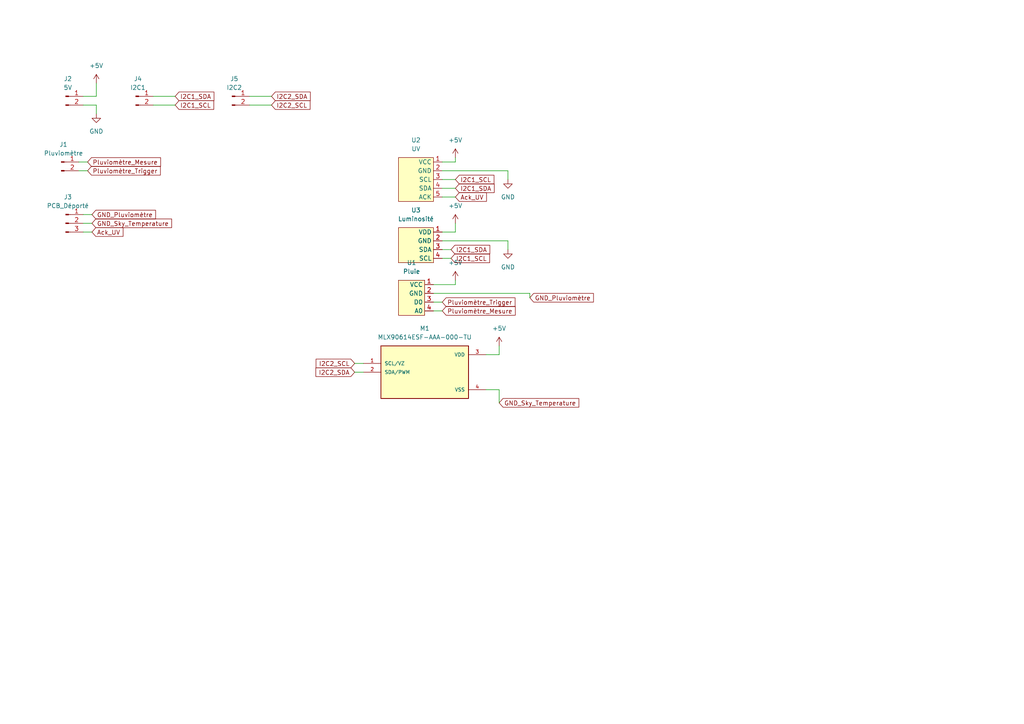
<source format=kicad_sch>
(kicad_sch (version 20211123) (generator eeschema)

  (uuid 6e0e26f4-dc46-4999-93eb-2b0be5a9a60b)

  (paper "A4")

  (lib_symbols
    (symbol "Capteur_déporté:Luminosité" (in_bom yes) (on_board yes)
      (property "Reference" "U?" (id 0) (at 0 10.16 0)
        (effects (font (size 1.27 1.27)))
      )
      (property "Value" "Luminosité" (id 1) (at 0 7.62 0)
        (effects (font (size 1.27 1.27)))
      )
      (property "Footprint" "" (id 2) (at 0 1.27 0)
        (effects (font (size 1.27 1.27)) hide)
      )
      (property "Datasheet" "" (id 3) (at 0 1.27 0)
        (effects (font (size 1.27 1.27)) hide)
      )
      (symbol "Luminosité_0_1"
        (rectangle (start -5.08 5.08) (end 5.08 -5.08)
          (stroke (width 0) (type default) (color 0 0 0 0))
          (fill (type background))
        )
      )
      (symbol "Luminosité_1_1"
        (pin input line (at 7.62 3.81 180) (length 2.54)
          (name "VDD" (effects (font (size 1.27 1.27))))
          (number "1" (effects (font (size 1.27 1.27))))
        )
        (pin input line (at 7.62 1.27 180) (length 2.54)
          (name "GND" (effects (font (size 1.27 1.27))))
          (number "2" (effects (font (size 1.27 1.27))))
        )
        (pin input line (at 7.62 -1.27 180) (length 2.54)
          (name "SDA" (effects (font (size 1.27 1.27))))
          (number "3" (effects (font (size 1.27 1.27))))
        )
        (pin input line (at 7.62 -3.81 180) (length 2.54)
          (name "SCL" (effects (font (size 1.27 1.27))))
          (number "4" (effects (font (size 1.27 1.27))))
        )
      )
    )
    (symbol "Capteur_déporté:Pluie" (in_bom yes) (on_board yes)
      (property "Reference" "U?" (id 0) (at 0 10.16 0)
        (effects (font (size 1.27 1.27)))
      )
      (property "Value" "Pluie" (id 1) (at 0 7.62 0)
        (effects (font (size 1.27 1.27)))
      )
      (property "Footprint" "" (id 2) (at 0 1.27 0)
        (effects (font (size 1.27 1.27)) hide)
      )
      (property "Datasheet" "" (id 3) (at 0 1.27 0)
        (effects (font (size 1.27 1.27)) hide)
      )
      (symbol "Pluie_0_1"
        (rectangle (start -3.81 5.08) (end 3.81 -5.08)
          (stroke (width 0) (type default) (color 0 0 0 0))
          (fill (type background))
        )
      )
      (symbol "Pluie_1_1"
        (pin input line (at 6.35 3.81 180) (length 2.54)
          (name "VCC" (effects (font (size 1.27 1.27))))
          (number "1" (effects (font (size 1.27 1.27))))
        )
        (pin input line (at 6.35 1.27 180) (length 2.54)
          (name "GND" (effects (font (size 1.27 1.27))))
          (number "2" (effects (font (size 1.27 1.27))))
        )
        (pin input line (at 6.35 -1.27 180) (length 2.54)
          (name "D0" (effects (font (size 1.27 1.27))))
          (number "3" (effects (font (size 1.27 1.27))))
        )
        (pin input line (at 6.35 -3.81 180) (length 2.54)
          (name "A0" (effects (font (size 1.27 1.27))))
          (number "4" (effects (font (size 1.27 1.27))))
        )
      )
    )
    (symbol "Capteur_déporté:UV" (in_bom yes) (on_board yes)
      (property "Reference" "U?" (id 0) (at 0 11.43 0)
        (effects (font (size 1.27 1.27)))
      )
      (property "Value" "UV" (id 1) (at 0 8.89 0)
        (effects (font (size 1.27 1.27)))
      )
      (property "Footprint" "" (id 2) (at 0 0 0)
        (effects (font (size 1.27 1.27)) hide)
      )
      (property "Datasheet" "" (id 3) (at 0 0 0)
        (effects (font (size 1.27 1.27)) hide)
      )
      (symbol "UV_0_1"
        (rectangle (start -5.08 6.35) (end 5.08 -6.35)
          (stroke (width 0) (type default) (color 0 0 0 0))
          (fill (type background))
        )
      )
      (symbol "UV_1_1"
        (pin input line (at 7.62 5.08 180) (length 2.54)
          (name "VCC" (effects (font (size 1.27 1.27))))
          (number "1" (effects (font (size 1.27 1.27))))
        )
        (pin input line (at 7.62 2.54 180) (length 2.54)
          (name "GND" (effects (font (size 1.27 1.27))))
          (number "2" (effects (font (size 1.27 1.27))))
        )
        (pin input line (at 7.62 0 180) (length 2.54)
          (name "SCL" (effects (font (size 1.27 1.27))))
          (number "3" (effects (font (size 1.27 1.27))))
        )
        (pin input line (at 7.62 -2.54 180) (length 2.54)
          (name "SDA" (effects (font (size 1.27 1.27))))
          (number "4" (effects (font (size 1.27 1.27))))
        )
        (pin input line (at 7.62 -5.08 180) (length 2.54)
          (name "ACK" (effects (font (size 1.27 1.27))))
          (number "5" (effects (font (size 1.27 1.27))))
        )
      )
    )
    (symbol "Connector:Conn_01x02_Male" (pin_names (offset 1.016) hide) (in_bom yes) (on_board yes)
      (property "Reference" "J" (id 0) (at 0 2.54 0)
        (effects (font (size 1.27 1.27)))
      )
      (property "Value" "Conn_01x02_Male" (id 1) (at 0 -5.08 0)
        (effects (font (size 1.27 1.27)))
      )
      (property "Footprint" "" (id 2) (at 0 0 0)
        (effects (font (size 1.27 1.27)) hide)
      )
      (property "Datasheet" "~" (id 3) (at 0 0 0)
        (effects (font (size 1.27 1.27)) hide)
      )
      (property "ki_keywords" "connector" (id 4) (at 0 0 0)
        (effects (font (size 1.27 1.27)) hide)
      )
      (property "ki_description" "Generic connector, single row, 01x02, script generated (kicad-library-utils/schlib/autogen/connector/)" (id 5) (at 0 0 0)
        (effects (font (size 1.27 1.27)) hide)
      )
      (property "ki_fp_filters" "Connector*:*_1x??_*" (id 6) (at 0 0 0)
        (effects (font (size 1.27 1.27)) hide)
      )
      (symbol "Conn_01x02_Male_1_1"
        (polyline
          (pts
            (xy 1.27 -2.54)
            (xy 0.8636 -2.54)
          )
          (stroke (width 0.1524) (type default) (color 0 0 0 0))
          (fill (type none))
        )
        (polyline
          (pts
            (xy 1.27 0)
            (xy 0.8636 0)
          )
          (stroke (width 0.1524) (type default) (color 0 0 0 0))
          (fill (type none))
        )
        (rectangle (start 0.8636 -2.413) (end 0 -2.667)
          (stroke (width 0.1524) (type default) (color 0 0 0 0))
          (fill (type outline))
        )
        (rectangle (start 0.8636 0.127) (end 0 -0.127)
          (stroke (width 0.1524) (type default) (color 0 0 0 0))
          (fill (type outline))
        )
        (pin passive line (at 5.08 0 180) (length 3.81)
          (name "Pin_1" (effects (font (size 1.27 1.27))))
          (number "1" (effects (font (size 1.27 1.27))))
        )
        (pin passive line (at 5.08 -2.54 180) (length 3.81)
          (name "Pin_2" (effects (font (size 1.27 1.27))))
          (number "2" (effects (font (size 1.27 1.27))))
        )
      )
    )
    (symbol "Connector:Conn_01x03_Male" (pin_names (offset 1.016) hide) (in_bom yes) (on_board yes)
      (property "Reference" "J" (id 0) (at 0 5.08 0)
        (effects (font (size 1.27 1.27)))
      )
      (property "Value" "Conn_01x03_Male" (id 1) (at 0 -5.08 0)
        (effects (font (size 1.27 1.27)))
      )
      (property "Footprint" "" (id 2) (at 0 0 0)
        (effects (font (size 1.27 1.27)) hide)
      )
      (property "Datasheet" "~" (id 3) (at 0 0 0)
        (effects (font (size 1.27 1.27)) hide)
      )
      (property "ki_keywords" "connector" (id 4) (at 0 0 0)
        (effects (font (size 1.27 1.27)) hide)
      )
      (property "ki_description" "Generic connector, single row, 01x03, script generated (kicad-library-utils/schlib/autogen/connector/)" (id 5) (at 0 0 0)
        (effects (font (size 1.27 1.27)) hide)
      )
      (property "ki_fp_filters" "Connector*:*_1x??_*" (id 6) (at 0 0 0)
        (effects (font (size 1.27 1.27)) hide)
      )
      (symbol "Conn_01x03_Male_1_1"
        (polyline
          (pts
            (xy 1.27 -2.54)
            (xy 0.8636 -2.54)
          )
          (stroke (width 0.1524) (type default) (color 0 0 0 0))
          (fill (type none))
        )
        (polyline
          (pts
            (xy 1.27 0)
            (xy 0.8636 0)
          )
          (stroke (width 0.1524) (type default) (color 0 0 0 0))
          (fill (type none))
        )
        (polyline
          (pts
            (xy 1.27 2.54)
            (xy 0.8636 2.54)
          )
          (stroke (width 0.1524) (type default) (color 0 0 0 0))
          (fill (type none))
        )
        (rectangle (start 0.8636 -2.413) (end 0 -2.667)
          (stroke (width 0.1524) (type default) (color 0 0 0 0))
          (fill (type outline))
        )
        (rectangle (start 0.8636 0.127) (end 0 -0.127)
          (stroke (width 0.1524) (type default) (color 0 0 0 0))
          (fill (type outline))
        )
        (rectangle (start 0.8636 2.667) (end 0 2.413)
          (stroke (width 0.1524) (type default) (color 0 0 0 0))
          (fill (type outline))
        )
        (pin passive line (at 5.08 2.54 180) (length 3.81)
          (name "Pin_1" (effects (font (size 1.27 1.27))))
          (number "1" (effects (font (size 1.27 1.27))))
        )
        (pin passive line (at 5.08 0 180) (length 3.81)
          (name "Pin_2" (effects (font (size 1.27 1.27))))
          (number "2" (effects (font (size 1.27 1.27))))
        )
        (pin passive line (at 5.08 -2.54 180) (length 3.81)
          (name "Pin_3" (effects (font (size 1.27 1.27))))
          (number "3" (effects (font (size 1.27 1.27))))
        )
      )
    )
    (symbol "MLX90614ESF-AAA-000-TU:MLX90614ESF-AAA-000-TU" (pin_names (offset 1.016)) (in_bom yes) (on_board yes)
      (property "Reference" "M" (id 0) (at -12.7 8.89 0)
        (effects (font (size 1.27 1.27)) (justify left bottom))
      )
      (property "Value" "MLX90614ESF-AAA-000-TU" (id 1) (at -12.7 -8.89 0)
        (effects (font (size 1.27 1.27)) (justify left top))
      )
      (property "Footprint" "TO254P942H425-4" (id 2) (at 0 0 0)
        (effects (font (size 1.27 1.27)) (justify bottom) hide)
      )
      (property "Datasheet" "" (id 3) (at 0 0 0)
        (effects (font (size 1.27 1.27)) hide)
      )
      (property "MAXIMUM_PACKAGE_HEIGHT" "4.25 mm" (id 4) (at 0 0 0)
        (effects (font (size 1.27 1.27)) (justify bottom) hide)
      )
      (property "STANDARD" "IPC 7351B" (id 5) (at 0 0 0)
        (effects (font (size 1.27 1.27)) (justify bottom) hide)
      )
      (property "PARTREV" "13" (id 6) (at 0 0 0)
        (effects (font (size 1.27 1.27)) (justify bottom) hide)
      )
      (property "MANUFACTURER" "Melexis" (id 7) (at 0 0 0)
        (effects (font (size 1.27 1.27)) (justify bottom) hide)
      )
      (symbol "MLX90614ESF-AAA-000-TU_0_0"
        (rectangle (start -12.7 -7.62) (end 12.7 7.62)
          (stroke (width 0.254) (type default) (color 0 0 0 0))
          (fill (type background))
        )
        (pin input line (at -17.78 2.54 0) (length 5.08)
          (name "SCL/VZ" (effects (font (size 1.016 1.016))))
          (number "1" (effects (font (size 1.016 1.016))))
        )
        (pin bidirectional line (at -17.78 0 0) (length 5.08)
          (name "SDA/PWM" (effects (font (size 1.016 1.016))))
          (number "2" (effects (font (size 1.016 1.016))))
        )
        (pin power_in line (at 17.78 5.08 180) (length 5.08)
          (name "VDD" (effects (font (size 1.016 1.016))))
          (number "3" (effects (font (size 1.016 1.016))))
        )
        (pin power_in line (at 17.78 -5.08 180) (length 5.08)
          (name "VSS" (effects (font (size 1.016 1.016))))
          (number "4" (effects (font (size 1.016 1.016))))
        )
      )
    )
    (symbol "power:+5V" (power) (pin_names (offset 0)) (in_bom yes) (on_board yes)
      (property "Reference" "#PWR" (id 0) (at 0 -3.81 0)
        (effects (font (size 1.27 1.27)) hide)
      )
      (property "Value" "+5V" (id 1) (at 0 3.556 0)
        (effects (font (size 1.27 1.27)))
      )
      (property "Footprint" "" (id 2) (at 0 0 0)
        (effects (font (size 1.27 1.27)) hide)
      )
      (property "Datasheet" "" (id 3) (at 0 0 0)
        (effects (font (size 1.27 1.27)) hide)
      )
      (property "ki_keywords" "power-flag" (id 4) (at 0 0 0)
        (effects (font (size 1.27 1.27)) hide)
      )
      (property "ki_description" "Power symbol creates a global label with name \"+5V\"" (id 5) (at 0 0 0)
        (effects (font (size 1.27 1.27)) hide)
      )
      (symbol "+5V_0_1"
        (polyline
          (pts
            (xy -0.762 1.27)
            (xy 0 2.54)
          )
          (stroke (width 0) (type default) (color 0 0 0 0))
          (fill (type none))
        )
        (polyline
          (pts
            (xy 0 0)
            (xy 0 2.54)
          )
          (stroke (width 0) (type default) (color 0 0 0 0))
          (fill (type none))
        )
        (polyline
          (pts
            (xy 0 2.54)
            (xy 0.762 1.27)
          )
          (stroke (width 0) (type default) (color 0 0 0 0))
          (fill (type none))
        )
      )
      (symbol "+5V_1_1"
        (pin power_in line (at 0 0 90) (length 0) hide
          (name "+5V" (effects (font (size 1.27 1.27))))
          (number "1" (effects (font (size 1.27 1.27))))
        )
      )
    )
    (symbol "power:GND" (power) (pin_names (offset 0)) (in_bom yes) (on_board yes)
      (property "Reference" "#PWR" (id 0) (at 0 -6.35 0)
        (effects (font (size 1.27 1.27)) hide)
      )
      (property "Value" "GND" (id 1) (at 0 -3.81 0)
        (effects (font (size 1.27 1.27)))
      )
      (property "Footprint" "" (id 2) (at 0 0 0)
        (effects (font (size 1.27 1.27)) hide)
      )
      (property "Datasheet" "" (id 3) (at 0 0 0)
        (effects (font (size 1.27 1.27)) hide)
      )
      (property "ki_keywords" "power-flag" (id 4) (at 0 0 0)
        (effects (font (size 1.27 1.27)) hide)
      )
      (property "ki_description" "Power symbol creates a global label with name \"GND\" , ground" (id 5) (at 0 0 0)
        (effects (font (size 1.27 1.27)) hide)
      )
      (symbol "GND_0_1"
        (polyline
          (pts
            (xy 0 0)
            (xy 0 -1.27)
            (xy 1.27 -1.27)
            (xy 0 -2.54)
            (xy -1.27 -1.27)
            (xy 0 -1.27)
          )
          (stroke (width 0) (type default) (color 0 0 0 0))
          (fill (type none))
        )
      )
      (symbol "GND_1_1"
        (pin power_in line (at 0 0 270) (length 0) hide
          (name "GND" (effects (font (size 1.27 1.27))))
          (number "1" (effects (font (size 1.27 1.27))))
        )
      )
    )
  )


  (wire (pts (xy 125.73 82.55) (xy 132.08 82.55))
    (stroke (width 0) (type default) (color 0 0 0 0))
    (uuid 014d6c89-bf80-405c-928d-67b6f96b95a3)
  )
  (wire (pts (xy 128.27 67.31) (xy 132.08 67.31))
    (stroke (width 0) (type default) (color 0 0 0 0))
    (uuid 0cb330a9-0235-426f-95c8-e09ecd5b70ca)
  )
  (wire (pts (xy 102.87 107.95) (xy 105.41 107.95))
    (stroke (width 0) (type default) (color 0 0 0 0))
    (uuid 1287cd4b-8fa4-4b05-a4f4-a2f6eebf2690)
  )
  (wire (pts (xy 132.08 46.99) (xy 132.08 45.72))
    (stroke (width 0) (type default) (color 0 0 0 0))
    (uuid 1df11151-0398-4b0a-a41c-6dd9a3d3c151)
  )
  (wire (pts (xy 144.78 102.87) (xy 144.78 100.33))
    (stroke (width 0) (type default) (color 0 0 0 0))
    (uuid 2bc87255-0117-479b-b285-f057c8f352df)
  )
  (wire (pts (xy 72.39 30.48) (xy 78.74 30.48))
    (stroke (width 0) (type default) (color 0 0 0 0))
    (uuid 3221459d-cc0b-4f73-a500-c7ef91466e58)
  )
  (wire (pts (xy 125.73 90.17) (xy 128.27 90.17))
    (stroke (width 0) (type default) (color 0 0 0 0))
    (uuid 32e58ba1-4a34-4b7c-8b9b-65ce95fc2436)
  )
  (wire (pts (xy 147.32 69.85) (xy 147.32 72.39))
    (stroke (width 0) (type default) (color 0 0 0 0))
    (uuid 337d0ee7-2520-40f3-a1df-c994b8f69ad8)
  )
  (wire (pts (xy 24.13 67.31) (xy 26.67 67.31))
    (stroke (width 0) (type default) (color 0 0 0 0))
    (uuid 3824f495-26ff-4ea9-a57a-fcbbb3bbef94)
  )
  (wire (pts (xy 128.27 52.07) (xy 132.08 52.07))
    (stroke (width 0) (type default) (color 0 0 0 0))
    (uuid 50ea8548-9e91-48eb-8189-6b7116b30313)
  )
  (wire (pts (xy 24.13 30.48) (xy 27.94 30.48))
    (stroke (width 0) (type default) (color 0 0 0 0))
    (uuid 530b79c1-f8da-4d67-b3e3-b2b67e584bfc)
  )
  (wire (pts (xy 24.13 27.94) (xy 27.94 27.94))
    (stroke (width 0) (type default) (color 0 0 0 0))
    (uuid 53fdc50d-b6ba-4705-83e3-f0d027cdcfee)
  )
  (wire (pts (xy 44.45 27.94) (xy 50.8 27.94))
    (stroke (width 0) (type default) (color 0 0 0 0))
    (uuid 5b19ccf4-8453-494a-93fa-49444d57c131)
  )
  (wire (pts (xy 140.97 102.87) (xy 144.78 102.87))
    (stroke (width 0) (type default) (color 0 0 0 0))
    (uuid 65051822-febb-4a48-a374-06089b729fa9)
  )
  (wire (pts (xy 140.97 113.03) (xy 144.78 113.03))
    (stroke (width 0) (type default) (color 0 0 0 0))
    (uuid 6e2593ef-91b7-4ee9-9f5d-06d8e90c47a5)
  )
  (wire (pts (xy 128.27 74.93) (xy 130.81 74.93))
    (stroke (width 0) (type default) (color 0 0 0 0))
    (uuid 7112912f-47c0-4e3b-822b-d4ce246555c4)
  )
  (wire (pts (xy 147.32 49.53) (xy 147.32 52.07))
    (stroke (width 0) (type default) (color 0 0 0 0))
    (uuid 7a1b4bd0-50ef-405d-b1af-5c459fd8282a)
  )
  (wire (pts (xy 128.27 54.61) (xy 132.08 54.61))
    (stroke (width 0) (type default) (color 0 0 0 0))
    (uuid 7ee11aab-a885-4cd1-974b-eb084a66b261)
  )
  (wire (pts (xy 27.94 27.94) (xy 27.94 24.13))
    (stroke (width 0) (type default) (color 0 0 0 0))
    (uuid 81c6ad1d-2b99-4f60-8f19-2a0f8a984be8)
  )
  (wire (pts (xy 153.67 85.09) (xy 153.67 86.36))
    (stroke (width 0) (type default) (color 0 0 0 0))
    (uuid 86eeca01-8947-4e09-8146-dcdddf6fd470)
  )
  (wire (pts (xy 128.27 69.85) (xy 147.32 69.85))
    (stroke (width 0) (type default) (color 0 0 0 0))
    (uuid 883ac890-0c63-4f67-b12f-635535efaa86)
  )
  (wire (pts (xy 27.94 30.48) (xy 27.94 33.02))
    (stroke (width 0) (type default) (color 0 0 0 0))
    (uuid 8bd869b7-3636-4028-908d-68828085f61d)
  )
  (wire (pts (xy 128.27 49.53) (xy 147.32 49.53))
    (stroke (width 0) (type default) (color 0 0 0 0))
    (uuid 97d62a5e-061b-479d-9366-6c8cb06ac95a)
  )
  (wire (pts (xy 128.27 72.39) (xy 130.81 72.39))
    (stroke (width 0) (type default) (color 0 0 0 0))
    (uuid 98fa80a6-c60a-4bef-b373-7a958f71dbd7)
  )
  (wire (pts (xy 22.86 49.53) (xy 25.4 49.53))
    (stroke (width 0) (type default) (color 0 0 0 0))
    (uuid a0130bb4-b55d-4990-bc33-fce07c8159c0)
  )
  (wire (pts (xy 132.08 64.77) (xy 132.08 67.31))
    (stroke (width 0) (type default) (color 0 0 0 0))
    (uuid a7ee04e8-cd59-4457-9c1e-75dad4d3477f)
  )
  (wire (pts (xy 144.78 113.03) (xy 144.78 116.84))
    (stroke (width 0) (type default) (color 0 0 0 0))
    (uuid a8100bbc-05b5-44b0-bb75-2e5e11509f7c)
  )
  (wire (pts (xy 125.73 87.63) (xy 128.27 87.63))
    (stroke (width 0) (type default) (color 0 0 0 0))
    (uuid afe359da-396e-4846-924e-9a00eee1f62b)
  )
  (wire (pts (xy 125.73 85.09) (xy 153.67 85.09))
    (stroke (width 0) (type default) (color 0 0 0 0))
    (uuid b050c623-358e-4ab6-90f0-4800c3d58fb9)
  )
  (wire (pts (xy 24.13 62.23) (xy 26.67 62.23))
    (stroke (width 0) (type default) (color 0 0 0 0))
    (uuid b45a8fa1-9cbb-4a3d-ad0c-49650f9d8faa)
  )
  (wire (pts (xy 22.86 46.99) (xy 25.4 46.99))
    (stroke (width 0) (type default) (color 0 0 0 0))
    (uuid b986bd8b-1229-42a8-b81c-4044f01eb45f)
  )
  (wire (pts (xy 128.27 57.15) (xy 132.08 57.15))
    (stroke (width 0) (type default) (color 0 0 0 0))
    (uuid ba2fe6b9-9694-4f42-81b6-d3f997dc3c8e)
  )
  (wire (pts (xy 132.08 82.55) (xy 132.08 81.28))
    (stroke (width 0) (type default) (color 0 0 0 0))
    (uuid c2fd2f0f-ff3e-465b-a52f-3884714150b3)
  )
  (wire (pts (xy 44.45 30.48) (xy 50.8 30.48))
    (stroke (width 0) (type default) (color 0 0 0 0))
    (uuid c353c5fd-8228-4e88-a30e-ea94e7c44746)
  )
  (wire (pts (xy 72.39 27.94) (xy 78.74 27.94))
    (stroke (width 0) (type default) (color 0 0 0 0))
    (uuid cf772aba-8684-4e8f-99ec-539aa9591bb6)
  )
  (wire (pts (xy 102.87 105.41) (xy 105.41 105.41))
    (stroke (width 0) (type default) (color 0 0 0 0))
    (uuid cfccd7ef-3db3-4582-b542-7b5c27408e51)
  )
  (wire (pts (xy 24.13 64.77) (xy 26.67 64.77))
    (stroke (width 0) (type default) (color 0 0 0 0))
    (uuid d72f687f-ebc7-48cb-9c45-54d1e8fdf6ed)
  )
  (wire (pts (xy 128.27 46.99) (xy 132.08 46.99))
    (stroke (width 0) (type default) (color 0 0 0 0))
    (uuid fe007b91-c17e-4c0f-b441-be97a1af08d2)
  )

  (global_label "Ack_UV" (shape input) (at 132.08 57.15 0) (fields_autoplaced)
    (effects (font (size 1.27 1.27)) (justify left))
    (uuid 1538596a-51fa-4ac3-85a8-e064c562d4c2)
    (property "Intersheet References" "${INTERSHEET_REFS}" (id 0) (at 141.085 57.2294 0)
      (effects (font (size 1.27 1.27)) (justify left) hide)
    )
  )
  (global_label "Pluviomètre_Trigger" (shape input) (at 128.27 87.63 0) (fields_autoplaced)
    (effects (font (size 1.27 1.27)) (justify left))
    (uuid 1643b546-58dd-4e60-90a0-eed0a95f2262)
    (property "Intersheet References" "${INTERSHEET_REFS}" (id 0) (at 149.3702 87.5506 0)
      (effects (font (size 1.27 1.27)) (justify left) hide)
    )
  )
  (global_label "Pluviomètre_Mesure" (shape input) (at 25.4 46.99 0) (fields_autoplaced)
    (effects (font (size 1.27 1.27)) (justify left))
    (uuid 2fcb28cd-ff3c-442c-8f1f-e6284078a484)
    (property "Intersheet References" "${INTERSHEET_REFS}" (id 0) (at 46.5607 46.9106 0)
      (effects (font (size 1.27 1.27)) (justify left) hide)
    )
  )
  (global_label "I2C2_SCL" (shape input) (at 78.74 30.48 0) (fields_autoplaced)
    (effects (font (size 1.27 1.27)) (justify left))
    (uuid 4679e68f-4b27-457b-9b4b-60776263b340)
    (property "Intersheet References" "${INTERSHEET_REFS}" (id 0) (at 89.9221 30.4006 0)
      (effects (font (size 1.27 1.27)) (justify left) hide)
    )
  )
  (global_label "I2C2_SCL" (shape input) (at 102.87 105.41 180) (fields_autoplaced)
    (effects (font (size 1.27 1.27)) (justify right))
    (uuid 5d770c04-e5db-4943-8c77-9639c54e010d)
    (property "Intersheet References" "${INTERSHEET_REFS}" (id 0) (at 91.6879 105.4894 0)
      (effects (font (size 1.27 1.27)) (justify right) hide)
    )
  )
  (global_label "I2C1_SCL" (shape input) (at 50.8 30.48 0) (fields_autoplaced)
    (effects (font (size 1.27 1.27)) (justify left))
    (uuid 6ad53851-614b-487c-8a3e-9fb09b317ec0)
    (property "Intersheet References" "${INTERSHEET_REFS}" (id 0) (at 61.9821 30.4006 0)
      (effects (font (size 1.27 1.27)) (justify left) hide)
    )
  )
  (global_label "I2C2_SDA" (shape input) (at 78.74 27.94 0) (fields_autoplaced)
    (effects (font (size 1.27 1.27)) (justify left))
    (uuid 6c3d7b05-e6b4-432b-b332-90ecd1dde843)
    (property "Intersheet References" "${INTERSHEET_REFS}" (id 0) (at 89.9826 27.8606 0)
      (effects (font (size 1.27 1.27)) (justify left) hide)
    )
  )
  (global_label "Pluviomètre_Mesure" (shape input) (at 128.27 90.17 0) (fields_autoplaced)
    (effects (font (size 1.27 1.27)) (justify left))
    (uuid 7383b326-ec92-4689-9496-559ff558ca14)
    (property "Intersheet References" "${INTERSHEET_REFS}" (id 0) (at 149.4307 90.0906 0)
      (effects (font (size 1.27 1.27)) (justify left) hide)
    )
  )
  (global_label "I2C1_SDA" (shape input) (at 132.08 54.61 0) (fields_autoplaced)
    (effects (font (size 1.27 1.27)) (justify left))
    (uuid 7e03d651-1cef-4e2a-bc45-1714c444ee94)
    (property "Intersheet References" "${INTERSHEET_REFS}" (id 0) (at 143.3226 54.5306 0)
      (effects (font (size 1.27 1.27)) (justify left) hide)
    )
  )
  (global_label "GND_Pluviomètre" (shape input) (at 26.67 62.23 0) (fields_autoplaced)
    (effects (font (size 1.27 1.27)) (justify left))
    (uuid 8288c3b8-42c1-479f-aef2-d983e2055405)
    (property "Intersheet References" "${INTERSHEET_REFS}" (id 0) (at 45.1093 62.1506 0)
      (effects (font (size 1.27 1.27)) (justify left) hide)
    )
  )
  (global_label "I2C1_SDA" (shape input) (at 130.81 72.39 0) (fields_autoplaced)
    (effects (font (size 1.27 1.27)) (justify left))
    (uuid 84210e2d-b225-402c-a970-dad6ec5e2cf0)
    (property "Intersheet References" "${INTERSHEET_REFS}" (id 0) (at 142.0526 72.3106 0)
      (effects (font (size 1.27 1.27)) (justify left) hide)
    )
  )
  (global_label "I2C1_SCL" (shape input) (at 130.81 74.93 0) (fields_autoplaced)
    (effects (font (size 1.27 1.27)) (justify left))
    (uuid 88fc9e37-bc46-49b0-91d3-1812993a5d5b)
    (property "Intersheet References" "${INTERSHEET_REFS}" (id 0) (at 141.9921 74.8506 0)
      (effects (font (size 1.27 1.27)) (justify left) hide)
    )
  )
  (global_label "I2C2_SDA" (shape input) (at 102.87 107.95 180) (fields_autoplaced)
    (effects (font (size 1.27 1.27)) (justify right))
    (uuid 97ebb6e4-9d10-4199-9217-cc2924bcdaef)
    (property "Intersheet References" "${INTERSHEET_REFS}" (id 0) (at 91.6274 108.0294 0)
      (effects (font (size 1.27 1.27)) (justify right) hide)
    )
  )
  (global_label "GND_Sky_Temperature" (shape input) (at 26.67 64.77 0) (fields_autoplaced)
    (effects (font (size 1.27 1.27)) (justify left))
    (uuid a3c808f2-d008-4726-83cb-08a9abc2867b)
    (property "Intersheet References" "${INTERSHEET_REFS}" (id 0) (at 49.766 64.6906 0)
      (effects (font (size 1.27 1.27)) (justify left) hide)
    )
  )
  (global_label "Pluviomètre_Trigger" (shape input) (at 25.4 49.53 0) (fields_autoplaced)
    (effects (font (size 1.27 1.27)) (justify left))
    (uuid b45128c6-8433-4849-ba5d-c335c7f597c6)
    (property "Intersheet References" "${INTERSHEET_REFS}" (id 0) (at 46.5002 49.4506 0)
      (effects (font (size 1.27 1.27)) (justify left) hide)
    )
  )
  (global_label "GND_Sky_Temperature" (shape input) (at 144.78 116.84 0) (fields_autoplaced)
    (effects (font (size 1.27 1.27)) (justify left))
    (uuid e72f32ca-9f4b-46f2-babb-9d2710704f03)
    (property "Intersheet References" "${INTERSHEET_REFS}" (id 0) (at 167.876 116.7606 0)
      (effects (font (size 1.27 1.27)) (justify left) hide)
    )
  )
  (global_label "I2C1_SCL" (shape input) (at 132.08 52.07 0) (fields_autoplaced)
    (effects (font (size 1.27 1.27)) (justify left))
    (uuid f1fa0839-acbd-4ff9-bf3b-50e9555da71c)
    (property "Intersheet References" "${INTERSHEET_REFS}" (id 0) (at 143.2621 51.9906 0)
      (effects (font (size 1.27 1.27)) (justify left) hide)
    )
  )
  (global_label "Ack_UV" (shape input) (at 26.67 67.31 0) (fields_autoplaced)
    (effects (font (size 1.27 1.27)) (justify left))
    (uuid f303f707-f54a-490a-9b89-1dd427acf8de)
    (property "Intersheet References" "${INTERSHEET_REFS}" (id 0) (at 35.675 67.3894 0)
      (effects (font (size 1.27 1.27)) (justify left) hide)
    )
  )
  (global_label "I2C1_SDA" (shape input) (at 50.8 27.94 0) (fields_autoplaced)
    (effects (font (size 1.27 1.27)) (justify left))
    (uuid f3c2eece-659d-4b3f-bb82-86bda19492a2)
    (property "Intersheet References" "${INTERSHEET_REFS}" (id 0) (at 62.0426 27.8606 0)
      (effects (font (size 1.27 1.27)) (justify left) hide)
    )
  )
  (global_label "GND_Pluviomètre" (shape input) (at 153.67 86.36 0) (fields_autoplaced)
    (effects (font (size 1.27 1.27)) (justify left))
    (uuid f8e9423e-7f27-4ba6-bb9a-1ef570ff2333)
    (property "Intersheet References" "${INTERSHEET_REFS}" (id 0) (at 172.1093 86.2806 0)
      (effects (font (size 1.27 1.27)) (justify left) hide)
    )
  )

  (symbol (lib_id "Connector:Conn_01x02_Male") (at 39.37 27.94 0) (unit 1)
    (in_bom yes) (on_board yes) (fields_autoplaced)
    (uuid 0999bc4e-a64e-4cc5-a042-920b7bb0594b)
    (property "Reference" "J4" (id 0) (at 40.005 22.86 0))
    (property "Value" "I2C1" (id 1) (at 40.005 25.4 0))
    (property "Footprint" "Connector_JST:JST_EH_B2B-EH-A_1x02_P2.50mm_Vertical" (id 2) (at 39.37 27.94 0)
      (effects (font (size 1.27 1.27)) hide)
    )
    (property "Datasheet" "~" (id 3) (at 39.37 27.94 0)
      (effects (font (size 1.27 1.27)) hide)
    )
    (pin "1" (uuid e37a760c-a781-4f76-ad36-392dcf4b470c))
    (pin "2" (uuid a37468c1-00c4-4b16-aaf1-ab6518ee29c4))
  )

  (symbol (lib_id "Connector:Conn_01x03_Male") (at 19.05 64.77 0) (unit 1)
    (in_bom yes) (on_board yes) (fields_autoplaced)
    (uuid 478910f8-e7f5-4c2c-8217-fac3cff7e3b6)
    (property "Reference" "J3" (id 0) (at 19.685 57.15 0))
    (property "Value" "PCB_Déporté" (id 1) (at 19.685 59.69 0))
    (property "Footprint" "Connector_JST:JST_EH_B3B-EH-A_1x03_P2.50mm_Vertical" (id 2) (at 19.05 64.77 0)
      (effects (font (size 1.27 1.27)) hide)
    )
    (property "Datasheet" "~" (id 3) (at 19.05 64.77 0)
      (effects (font (size 1.27 1.27)) hide)
    )
    (pin "1" (uuid 05cb5c4f-53c7-46a2-8c1c-e4c3bc486724))
    (pin "2" (uuid 321e1649-e581-4083-94b4-863cfd7471fd))
    (pin "3" (uuid 6b226ecc-f6c6-444a-b912-3ad9365db230))
  )

  (symbol (lib_id "Capteur_déporté:Pluie") (at 119.38 86.36 0) (unit 1)
    (in_bom yes) (on_board yes) (fields_autoplaced)
    (uuid 514e5535-e6aa-4f75-b959-1b837ac0697a)
    (property "Reference" "U1" (id 0) (at 119.38 76.2 0))
    (property "Value" "Pluie" (id 1) (at 119.38 78.74 0))
    (property "Footprint" "Capteur_station:Pluie" (id 2) (at 119.38 85.09 0)
      (effects (font (size 1.27 1.27)) hide)
    )
    (property "Datasheet" "" (id 3) (at 119.38 85.09 0)
      (effects (font (size 1.27 1.27)) hide)
    )
    (pin "1" (uuid 0bca2960-1907-44a3-b9d0-11b0905899f8))
    (pin "2" (uuid f5c7cdc7-d012-47ea-ad44-717c255f9aeb))
    (pin "3" (uuid fb7e27a7-292a-478b-aa35-ea039b408caa))
    (pin "4" (uuid 49a1c237-a0bb-4926-8448-9df5eae51111))
  )

  (symbol (lib_id "power:+5V") (at 132.08 45.72 0) (unit 1)
    (in_bom yes) (on_board yes) (fields_autoplaced)
    (uuid 694b431d-5803-4266-a353-e8457832053c)
    (property "Reference" "#PWR03" (id 0) (at 132.08 49.53 0)
      (effects (font (size 1.27 1.27)) hide)
    )
    (property "Value" "+5V" (id 1) (at 132.08 40.64 0))
    (property "Footprint" "" (id 2) (at 132.08 45.72 0)
      (effects (font (size 1.27 1.27)) hide)
    )
    (property "Datasheet" "" (id 3) (at 132.08 45.72 0)
      (effects (font (size 1.27 1.27)) hide)
    )
    (pin "1" (uuid 5af40ab9-6b5f-42da-afe1-2839f23c365b))
  )

  (symbol (lib_id "power:+5V") (at 132.08 81.28 0) (unit 1)
    (in_bom yes) (on_board yes) (fields_autoplaced)
    (uuid 7389a9cc-740f-469e-bdf8-1673fe4ade73)
    (property "Reference" "#PWR05" (id 0) (at 132.08 85.09 0)
      (effects (font (size 1.27 1.27)) hide)
    )
    (property "Value" "+5V" (id 1) (at 132.08 76.2 0))
    (property "Footprint" "" (id 2) (at 132.08 81.28 0)
      (effects (font (size 1.27 1.27)) hide)
    )
    (property "Datasheet" "" (id 3) (at 132.08 81.28 0)
      (effects (font (size 1.27 1.27)) hide)
    )
    (pin "1" (uuid 3b040827-7415-4ffe-9947-08092129ebbc))
  )

  (symbol (lib_id "Capteur_déporté:Luminosité") (at 120.65 71.12 0) (unit 1)
    (in_bom yes) (on_board yes) (fields_autoplaced)
    (uuid 86b70161-11ee-4a06-870d-b68a49a25179)
    (property "Reference" "U3" (id 0) (at 120.65 60.96 0))
    (property "Value" "Luminosité" (id 1) (at 120.65 63.5 0))
    (property "Footprint" "Capteur_station:Luminosite" (id 2) (at 120.65 69.85 0)
      (effects (font (size 1.27 1.27)) hide)
    )
    (property "Datasheet" "" (id 3) (at 120.65 69.85 0)
      (effects (font (size 1.27 1.27)) hide)
    )
    (pin "1" (uuid d75814d9-5c1a-42d9-b178-35c84766f174))
    (pin "2" (uuid 96b67940-b52d-40fb-b9df-76b85b154df3))
    (pin "3" (uuid ebd33434-70c7-4fc6-a7e7-56c99d1d9411))
    (pin "4" (uuid 41de143c-020b-457f-9cb9-99606744e5c3))
  )

  (symbol (lib_id "power:GND") (at 27.94 33.02 0) (unit 1)
    (in_bom yes) (on_board yes) (fields_autoplaced)
    (uuid a70d9a40-7aa1-4fb5-86e3-41559651604f)
    (property "Reference" "#PWR02" (id 0) (at 27.94 39.37 0)
      (effects (font (size 1.27 1.27)) hide)
    )
    (property "Value" "GND" (id 1) (at 27.94 38.1 0))
    (property "Footprint" "" (id 2) (at 27.94 33.02 0)
      (effects (font (size 1.27 1.27)) hide)
    )
    (property "Datasheet" "" (id 3) (at 27.94 33.02 0)
      (effects (font (size 1.27 1.27)) hide)
    )
    (pin "1" (uuid d1d04590-2294-45e0-8b2a-59c2ff984320))
  )

  (symbol (lib_id "power:+5V") (at 27.94 24.13 0) (unit 1)
    (in_bom yes) (on_board yes) (fields_autoplaced)
    (uuid b47e3d76-ee0b-4397-8552-c8f9cf5b8161)
    (property "Reference" "#PWR01" (id 0) (at 27.94 27.94 0)
      (effects (font (size 1.27 1.27)) hide)
    )
    (property "Value" "+5V" (id 1) (at 27.94 19.05 0))
    (property "Footprint" "" (id 2) (at 27.94 24.13 0)
      (effects (font (size 1.27 1.27)) hide)
    )
    (property "Datasheet" "" (id 3) (at 27.94 24.13 0)
      (effects (font (size 1.27 1.27)) hide)
    )
    (pin "1" (uuid da36c30e-4a70-4fde-b075-8bdbffec3ff2))
  )

  (symbol (lib_id "Connector:Conn_01x02_Male") (at 19.05 27.94 0) (unit 1)
    (in_bom yes) (on_board yes) (fields_autoplaced)
    (uuid c0906b0b-b107-4b2c-a63d-b2cdca21ed80)
    (property "Reference" "J2" (id 0) (at 19.685 22.86 0))
    (property "Value" "5V" (id 1) (at 19.685 25.4 0))
    (property "Footprint" "Connector_JST:JST_EH_B2B-EH-A_1x02_P2.50mm_Vertical" (id 2) (at 19.05 27.94 0)
      (effects (font (size 1.27 1.27)) hide)
    )
    (property "Datasheet" "~" (id 3) (at 19.05 27.94 0)
      (effects (font (size 1.27 1.27)) hide)
    )
    (pin "1" (uuid e37d77f7-6be3-439e-b43f-44db0cbfe09e))
    (pin "2" (uuid 8fe6ffc4-7cb6-4178-a1c1-55cc1b3e1b2f))
  )

  (symbol (lib_id "power:GND") (at 147.32 52.07 0) (unit 1)
    (in_bom yes) (on_board yes) (fields_autoplaced)
    (uuid ca029ca2-42e1-46d9-ba6a-58d53ccd340e)
    (property "Reference" "#PWR08" (id 0) (at 147.32 58.42 0)
      (effects (font (size 1.27 1.27)) hide)
    )
    (property "Value" "GND" (id 1) (at 147.32 57.15 0))
    (property "Footprint" "" (id 2) (at 147.32 52.07 0)
      (effects (font (size 1.27 1.27)) hide)
    )
    (property "Datasheet" "" (id 3) (at 147.32 52.07 0)
      (effects (font (size 1.27 1.27)) hide)
    )
    (pin "1" (uuid 6692dbea-398d-4d79-a175-4459e8323dde))
  )

  (symbol (lib_id "Capteur_déporté:UV") (at 120.65 52.07 0) (unit 1)
    (in_bom yes) (on_board yes) (fields_autoplaced)
    (uuid cc510374-78a5-4ca5-b04d-81d959cc442e)
    (property "Reference" "U2" (id 0) (at 120.65 40.64 0))
    (property "Value" "UV" (id 1) (at 120.65 43.18 0))
    (property "Footprint" "Capteur_station:UV" (id 2) (at 120.65 52.07 0)
      (effects (font (size 1.27 1.27)) hide)
    )
    (property "Datasheet" "" (id 3) (at 120.65 52.07 0)
      (effects (font (size 1.27 1.27)) hide)
    )
    (pin "1" (uuid c3aa61aa-e5d8-4c17-abb8-9f2f8be0683b))
    (pin "2" (uuid 48e61f87-6312-4eac-b533-31af7a3d40af))
    (pin "3" (uuid 4ab1bab8-2e49-4aa4-8a3f-8efba21087e8))
    (pin "4" (uuid ae97f2b6-fa60-482a-997c-a5ede2f00d2c))
    (pin "5" (uuid 65c43d80-98e8-49f5-ad6d-2e24441fd318))
  )

  (symbol (lib_id "Connector:Conn_01x02_Male") (at 17.78 46.99 0) (unit 1)
    (in_bom yes) (on_board yes) (fields_autoplaced)
    (uuid d05e599c-90c8-4c77-affd-2ae85b33773f)
    (property "Reference" "J1" (id 0) (at 18.415 41.91 0))
    (property "Value" "Pluviomètre" (id 1) (at 18.415 44.45 0))
    (property "Footprint" "Connector_JST:JST_EH_B2B-EH-A_1x02_P2.50mm_Vertical" (id 2) (at 17.78 46.99 0)
      (effects (font (size 1.27 1.27)) hide)
    )
    (property "Datasheet" "~" (id 3) (at 17.78 46.99 0)
      (effects (font (size 1.27 1.27)) hide)
    )
    (pin "1" (uuid a93b6549-ccb3-4eda-b52f-b6836b3cd922))
    (pin "2" (uuid bcbda3e3-ac42-481f-8279-3dd7b353074f))
  )

  (symbol (lib_id "power:GND") (at 147.32 72.39 0) (unit 1)
    (in_bom yes) (on_board yes) (fields_autoplaced)
    (uuid e03df8a0-a34e-4f51-b011-9ef71d402407)
    (property "Reference" "#PWR09" (id 0) (at 147.32 78.74 0)
      (effects (font (size 1.27 1.27)) hide)
    )
    (property "Value" "GND" (id 1) (at 147.32 77.47 0))
    (property "Footprint" "" (id 2) (at 147.32 72.39 0)
      (effects (font (size 1.27 1.27)) hide)
    )
    (property "Datasheet" "" (id 3) (at 147.32 72.39 0)
      (effects (font (size 1.27 1.27)) hide)
    )
    (pin "1" (uuid 0d2d4fdf-4adf-4446-a082-8e90902d9690))
  )

  (symbol (lib_id "power:+5V") (at 144.78 100.33 0) (unit 1)
    (in_bom yes) (on_board yes) (fields_autoplaced)
    (uuid e2d252d8-6f49-46ad-8307-a2f935182811)
    (property "Reference" "#PWR06" (id 0) (at 144.78 104.14 0)
      (effects (font (size 1.27 1.27)) hide)
    )
    (property "Value" "+5V" (id 1) (at 144.78 95.25 0))
    (property "Footprint" "" (id 2) (at 144.78 100.33 0)
      (effects (font (size 1.27 1.27)) hide)
    )
    (property "Datasheet" "" (id 3) (at 144.78 100.33 0)
      (effects (font (size 1.27 1.27)) hide)
    )
    (pin "1" (uuid bae27055-9db4-403d-9e81-2a8653db726e))
  )

  (symbol (lib_id "power:+5V") (at 132.08 64.77 0) (unit 1)
    (in_bom yes) (on_board yes) (fields_autoplaced)
    (uuid e344de71-4348-471e-899f-a7eb4fc144e8)
    (property "Reference" "#PWR04" (id 0) (at 132.08 68.58 0)
      (effects (font (size 1.27 1.27)) hide)
    )
    (property "Value" "+5V" (id 1) (at 132.08 59.69 0))
    (property "Footprint" "" (id 2) (at 132.08 64.77 0)
      (effects (font (size 1.27 1.27)) hide)
    )
    (property "Datasheet" "" (id 3) (at 132.08 64.77 0)
      (effects (font (size 1.27 1.27)) hide)
    )
    (pin "1" (uuid a4ccb1b3-5473-431c-a9a5-8a7d6325080f))
  )

  (symbol (lib_id "Connector:Conn_01x02_Male") (at 67.31 27.94 0) (unit 1)
    (in_bom yes) (on_board yes) (fields_autoplaced)
    (uuid e68bbfde-66d2-4a89-8472-d87844fabc45)
    (property "Reference" "J5" (id 0) (at 67.945 22.86 0))
    (property "Value" "I2C2" (id 1) (at 67.945 25.4 0))
    (property "Footprint" "Connector_JST:JST_EH_B2B-EH-A_1x02_P2.50mm_Vertical" (id 2) (at 67.31 27.94 0)
      (effects (font (size 1.27 1.27)) hide)
    )
    (property "Datasheet" "~" (id 3) (at 67.31 27.94 0)
      (effects (font (size 1.27 1.27)) hide)
    )
    (pin "1" (uuid 8d5f57e2-5ccf-495f-a5fe-c2d0126bd9a8))
    (pin "2" (uuid 08e48e5a-2a83-4a0a-9c1d-74e40373d418))
  )

  (symbol (lib_id "MLX90614ESF-AAA-000-TU:MLX90614ESF-AAA-000-TU") (at 123.19 107.95 0) (unit 1)
    (in_bom yes) (on_board yes) (fields_autoplaced)
    (uuid e7e76fe4-927c-48a4-968d-d1bbb833b251)
    (property "Reference" "M1" (id 0) (at 123.19 95.25 0))
    (property "Value" "MLX90614ESF-AAA-000-TU" (id 1) (at 123.19 97.79 0))
    (property "Footprint" "FootPrint:TO254P942H425-4" (id 2) (at 123.19 107.95 0)
      (effects (font (size 1.27 1.27)) (justify bottom) hide)
    )
    (property "Datasheet" "" (id 3) (at 123.19 107.95 0)
      (effects (font (size 1.27 1.27)) hide)
    )
    (property "MAXIMUM_PACKAGE_HEIGHT" "4.25 mm" (id 4) (at 123.19 107.95 0)
      (effects (font (size 1.27 1.27)) (justify bottom) hide)
    )
    (property "STANDARD" "IPC 7351B" (id 5) (at 123.19 107.95 0)
      (effects (font (size 1.27 1.27)) (justify bottom) hide)
    )
    (property "PARTREV" "13" (id 6) (at 123.19 107.95 0)
      (effects (font (size 1.27 1.27)) (justify bottom) hide)
    )
    (property "MANUFACTURER" "Melexis" (id 7) (at 123.19 107.95 0)
      (effects (font (size 1.27 1.27)) (justify bottom) hide)
    )
    (pin "1" (uuid a917c761-f754-4524-b73e-87136fcc51a2))
    (pin "2" (uuid e95f8e67-1fde-4a70-b68d-2d95df9ac6d8))
    (pin "3" (uuid 07685416-279c-4553-a5ee-032fbfab2c96))
    (pin "4" (uuid 7d40ce9b-21e6-4b81-a760-d286e3a62113))
  )

  (sheet_instances
    (path "/" (page "1"))
  )

  (symbol_instances
    (path "/b47e3d76-ee0b-4397-8552-c8f9cf5b8161"
      (reference "#PWR01") (unit 1) (value "+5V") (footprint "")
    )
    (path "/a70d9a40-7aa1-4fb5-86e3-41559651604f"
      (reference "#PWR02") (unit 1) (value "GND") (footprint "")
    )
    (path "/694b431d-5803-4266-a353-e8457832053c"
      (reference "#PWR03") (unit 1) (value "+5V") (footprint "")
    )
    (path "/e344de71-4348-471e-899f-a7eb4fc144e8"
      (reference "#PWR04") (unit 1) (value "+5V") (footprint "")
    )
    (path "/7389a9cc-740f-469e-bdf8-1673fe4ade73"
      (reference "#PWR05") (unit 1) (value "+5V") (footprint "")
    )
    (path "/e2d252d8-6f49-46ad-8307-a2f935182811"
      (reference "#PWR06") (unit 1) (value "+5V") (footprint "")
    )
    (path "/ca029ca2-42e1-46d9-ba6a-58d53ccd340e"
      (reference "#PWR08") (unit 1) (value "GND") (footprint "")
    )
    (path "/e03df8a0-a34e-4f51-b011-9ef71d402407"
      (reference "#PWR09") (unit 1) (value "GND") (footprint "")
    )
    (path "/d05e599c-90c8-4c77-affd-2ae85b33773f"
      (reference "J1") (unit 1) (value "Pluviomètre") (footprint "Connector_JST:JST_EH_B2B-EH-A_1x02_P2.50mm_Vertical")
    )
    (path "/c0906b0b-b107-4b2c-a63d-b2cdca21ed80"
      (reference "J2") (unit 1) (value "5V") (footprint "Connector_JST:JST_EH_B2B-EH-A_1x02_P2.50mm_Vertical")
    )
    (path "/478910f8-e7f5-4c2c-8217-fac3cff7e3b6"
      (reference "J3") (unit 1) (value "PCB_Déporté") (footprint "Connector_JST:JST_EH_B3B-EH-A_1x03_P2.50mm_Vertical")
    )
    (path "/0999bc4e-a64e-4cc5-a042-920b7bb0594b"
      (reference "J4") (unit 1) (value "I2C1") (footprint "Connector_JST:JST_EH_B2B-EH-A_1x02_P2.50mm_Vertical")
    )
    (path "/e68bbfde-66d2-4a89-8472-d87844fabc45"
      (reference "J5") (unit 1) (value "I2C2") (footprint "Connector_JST:JST_EH_B2B-EH-A_1x02_P2.50mm_Vertical")
    )
    (path "/e7e76fe4-927c-48a4-968d-d1bbb833b251"
      (reference "M1") (unit 1) (value "MLX90614ESF-AAA-000-TU") (footprint "FootPrint:TO254P942H425-4")
    )
    (path "/514e5535-e6aa-4f75-b959-1b837ac0697a"
      (reference "U1") (unit 1) (value "Pluie") (footprint "Capteur_station:Pluie")
    )
    (path "/cc510374-78a5-4ca5-b04d-81d959cc442e"
      (reference "U2") (unit 1) (value "UV") (footprint "Capteur_station:UV")
    )
    (path "/86b70161-11ee-4a06-870d-b68a49a25179"
      (reference "U3") (unit 1) (value "Luminosité") (footprint "Capteur_station:Luminosite")
    )
  )
)

</source>
